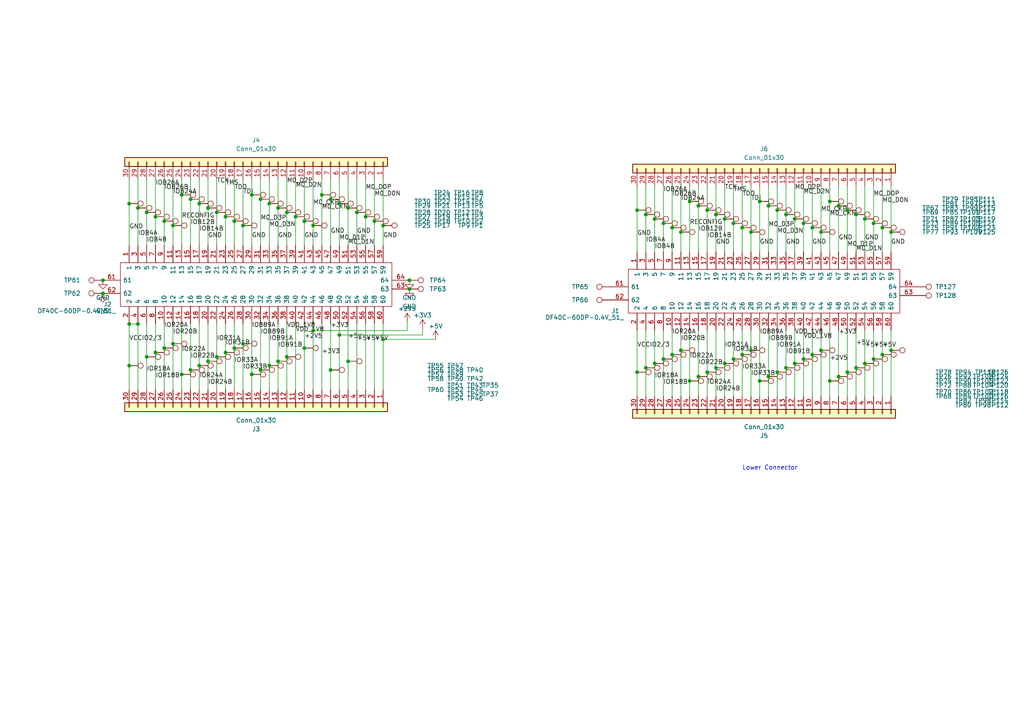
<source format=kicad_sch>
(kicad_sch (version 20230121) (generator eeschema)
  (paper "A4")
  (junction (at 37.465 106.045))
  (junction (at 98.425 59.055))
  (junction (at 73.025 108.585))
  (junction (at 42.545 103.505))
  (junction (at 67.945 100.965))
  (junction (at 70.485 99.695))
  (junction (at 250.825 63.5))
  (junction (at 78.105 59.055))
  (junction (at 192.405 104.14))
  (junction (at 65.405 102.235))
  (junction (at 57.785 106.045))
  (junction (at 230.505 105.41))
  (junction (at 255.905 102.87))
  (junction (at 37.465 59.055))
  (junction (at 227.965 62.23))
  (junction (at 95.885 107.315))
  (junction (at 220.345 110.49))
  (junction (at 240.665 110.49))
  (junction (at 192.405 64.77))
  (junction (at 42.545 61.595))
  (junction (at 189.865 63.5))
  (junction (at 80.645 104.775))
  (junction (at 210.185 105.41))
  (junction (at 233.045 64.77))
  (junction (at 197.485 67.31))
  (junction (at 62.865 61.595))
  (junction (at 108.585 64.135))
  (junction (at 50.165 65.405))
  (junction (at 78.105 106.045))
  (junction (at 57.785 59.055))
  (junction (at 197.485 101.6))
  (junction (at 75.565 57.785))
  (junction (at 106.045 62.865))
  (junction (at 50.165 99.695))
  (junction (at 55.245 57.785))
  (junction (at 215.265 66.04))
  (junction (at 222.885 109.22))
  (junction (at 93.345 56.515))
  (junction (at 73.025 56.515))
  (junction (at 205.105 60.96))
  (junction (at 67.945 64.135))
  (junction (at 194.945 66.04))
  (junction (at 245.745 107.95))
  (junction (at 217.805 101.6))
  (junction (at 227.965 106.68))
  (junction (at 184.785 107.95))
  (junction (at 85.725 62.865))
  (junction (at 29.845 85.09))
  (junction (at 52.705 108.585))
  (junction (at 212.725 104.14))
  (junction (at 210.185 63.5))
  (junction (at 230.505 63.5))
  (junction (at 60.325 104.775))
  (junction (at 243.205 59.69))
  (junction (at 70.485 65.405))
  (junction (at 207.645 106.68))
  (junction (at 29.845 81.28))
  (junction (at 189.865 105.41))
  (junction (at 100.965 104.775))
  (junction (at 222.885 59.69))
  (junction (at 45.085 102.235))
  (junction (at 187.325 62.23))
  (junction (at 245.745 60.96))
  (junction (at 47.625 100.965))
  (junction (at 212.725 64.77))
  (junction (at 90.805 65.405))
  (junction (at 88.265 100.965))
  (junction (at 240.665 58.42))
  (junction (at 200.025 110.49))
  (junction (at 238.125 67.31))
  (junction (at 111.125 65.405))
  (junction (at 95.885 57.785))
  (junction (at 217.805 67.31))
  (junction (at 98.425 97.155))
  (junction (at 194.945 102.87))
  (junction (at 37.465 93.98))
  (junction (at 258.445 67.31))
  (junction (at 83.185 103.505))
  (junction (at 248.285 106.68))
  (junction (at 225.425 107.95))
  (junction (at 225.425 60.96))
  (junction (at 215.265 102.87))
  (junction (at 45.085 62.865))
  (junction (at 235.585 66.04))
  (junction (at 253.365 64.77))
  (junction (at 200.025 58.42))
  (junction (at 258.445 101.6))
  (junction (at 100.965 60.325))
  (junction (at 248.285 62.23))
  (junction (at 255.905 66.04))
  (junction (at 207.645 62.23))
  (junction (at 103.505 61.595))
  (junction (at 52.705 56.515))
  (junction (at 220.345 58.42))
  (junction (at 238.125 101.6))
  (junction (at 90.805 95.885))
  (junction (at 235.585 102.87))
  (junction (at 184.785 60.96))
  (junction (at 187.325 106.68))
  (junction (at 233.045 104.14))
  (junction (at 47.625 64.135))
  (junction (at 40.005 93.98))
  (junction (at 62.865 103.505))
  (junction (at 65.405 62.865))
  (junction (at 205.105 107.95))
  (junction (at 80.645 60.325))
  (junction (at 60.325 60.325))
  (junction (at 83.185 61.595))
  (junction (at 55.245 107.315))
  (junction (at 243.205 109.22))
  (junction (at 75.565 107.315))
  (junction (at 118.745 81.28))
  (junction (at 250.825 105.41))
  (junction (at 202.565 109.22))
  (junction (at 40.005 60.325))
  (junction (at 88.265 64.135))
  (junction (at 253.365 104.14))
  (junction (at 202.565 59.69))
  (junction (at 118.745 83.82))
  (junction (at 111.125 98.425))
  (wire (pts (xy 100.965 60.325) (xy 100.965 71.12)))
  (wire (pts (xy 88.265 52.07) (xy 88.265 64.135)))
  (wire (pts (xy 212.725 95.885) (xy 212.725 104.14)))
  (wire (pts (xy 62.865 71.12) (xy 62.865 61.595)))
  (wire (pts (xy 55.245 113.03) (xy 55.245 107.315)))
  (wire (pts (xy 65.405 52.07) (xy 65.405 62.865)))
  (wire (pts (xy 194.945 114.935) (xy 194.945 102.87)))
  (wire (pts (xy 83.185 93.98) (xy 83.185 103.505)))
  (wire (pts (xy 98.425 97.155) (xy 98.425 113.03)))
  (wire (pts (xy 118.11 95.885) (xy 118.11 93.345)))
  (wire (pts (xy 47.625 113.03) (xy 47.625 100.965)))
  (wire (pts (xy 83.185 113.03) (xy 83.185 103.505)))
  (wire (pts (xy 227.965 95.885) (xy 227.965 106.68)))
  (wire (pts (xy 243.205 95.885) (xy 243.205 109.22)))
  (wire (pts (xy 189.865 73.025) (xy 189.865 63.5)))
  (wire (pts (xy 98.425 52.07) (xy 98.425 59.055)))
  (wire (pts (xy 245.745 53.975) (xy 245.745 60.96)))
  (wire (pts (xy 230.505 114.935) (xy 230.505 105.41)))
  (wire (pts (xy 255.905 53.975) (xy 255.905 66.04)))
  (wire (pts (xy 235.585 53.975) (xy 235.585 66.04)))
  (wire (pts (xy 65.405 93.98) (xy 65.405 102.235)))
  (wire (pts (xy 222.885 114.935) (xy 222.885 109.22)))
  (wire (pts (xy 187.325 95.885) (xy 187.325 106.68)))
  (wire (pts (xy 90.805 52.07) (xy 90.805 65.405)))
  (wire (pts (xy 60.325 52.07) (xy 60.325 60.325)))
  (wire (pts (xy 103.505 52.07) (xy 103.505 61.595)))
  (wire (pts (xy 200.025 53.975) (xy 200.025 58.42)))
  (wire (pts (xy 194.945 73.025) (xy 194.945 66.04)))
  (wire (pts (xy 60.325 60.325) (xy 60.325 71.12)))
  (wire (pts (xy 75.565 52.07) (xy 75.565 57.785)))
  (wire (pts (xy 95.885 113.03) (xy 95.885 107.315)))
  (wire (pts (xy 67.945 113.03) (xy 67.945 100.965)))
  (wire (pts (xy 200.025 114.935) (xy 200.025 110.49)))
  (wire (pts (xy 42.545 52.07) (xy 42.545 61.595)))
  (wire (pts (xy 55.245 52.07) (xy 55.245 57.785)))
  (wire (pts (xy 197.485 73.025) (xy 197.485 67.31)))
  (wire (pts (xy 88.265 64.135) (xy 88.265 71.12)))
  (wire (pts (xy 225.425 53.975) (xy 225.425 60.96)))
  (wire (pts (xy 253.365 53.975) (xy 253.365 64.77)))
  (wire (pts (xy 83.185 52.07) (xy 83.185 61.595)))
  (wire (pts (xy 220.345 53.975) (xy 220.345 58.42)))
  (wire (pts (xy 93.345 93.98) (xy 93.345 113.03)))
  (wire (pts (xy 220.345 58.42) (xy 220.345 73.025)))
  (wire (pts (xy 45.085 71.12) (xy 45.085 62.865)))
  (wire (pts (xy 85.725 52.07) (xy 85.725 62.865)))
  (wire (pts (xy 42.545 93.98) (xy 42.545 103.505)))
  (wire (pts (xy 57.785 52.07) (xy 57.785 59.055)))
  (wire (pts (xy 245.745 95.885) (xy 245.745 107.95)))
  (wire (pts (xy 187.325 53.975) (xy 187.325 62.23)))
  (wire (pts (xy 93.345 52.07) (xy 93.345 56.515)))
  (wire (pts (xy 106.045 93.98) (xy 106.045 113.03)))
  (wire (pts (xy 60.325 113.03) (xy 60.325 104.775)))
  (wire (pts (xy 78.105 113.03) (xy 78.105 106.045)))
  (wire (pts (xy 55.245 93.98) (xy 55.245 107.315)))
  (wire (pts (xy 40.005 93.98) (xy 40.005 113.03)))
  (wire (pts (xy 73.025 113.03) (xy 73.025 108.585)))
  (wire (pts (xy 194.945 95.885) (xy 194.945 102.87)))
  (wire (pts (xy 184.785 114.935) (xy 184.785 107.95)))
  (wire (pts (xy 238.125 73.025) (xy 238.125 67.31)))
  (wire (pts (xy 50.165 52.07) (xy 50.165 65.405)))
  (wire (pts (xy 90.805 71.12) (xy 90.805 65.405)))
  (wire (pts (xy 189.865 114.935) (xy 189.865 105.41)))
  (wire (pts (xy 85.725 93.98) (xy 85.725 113.03)))
  (wire (pts (xy 37.465 93.98) (xy 40.005 93.98)))
  (wire (pts (xy 93.345 56.515) (xy 93.345 71.12)))
  (wire (pts (xy 192.405 73.025) (xy 192.405 64.77)))
  (wire (pts (xy 108.585 93.98) (xy 108.585 113.03)))
  (wire (pts (xy 235.585 66.04) (xy 235.585 73.025)))
  (wire (pts (xy 215.265 73.025) (xy 215.265 66.04)))
  (wire (pts (xy 80.645 113.03) (xy 80.645 104.775)))
  (wire (pts (xy 187.325 62.23) (xy 187.325 73.025)))
  (wire (pts (xy 98.425 93.98) (xy 98.425 97.155)))
  (wire (pts (xy 78.105 93.98) (xy 78.105 106.045)))
  (wire (pts (xy 106.045 52.07) (xy 106.045 62.865)))
  (wire (pts (xy 210.185 95.885) (xy 210.185 105.41)))
  (wire (pts (xy 250.825 114.935) (xy 250.825 105.41)))
  (wire (pts (xy 217.805 73.025) (xy 217.805 67.31)))
  (wire (pts (xy 65.405 71.12) (xy 65.405 62.865)))
  (wire (pts (xy 240.665 114.935) (xy 240.665 110.49)))
  (wire (pts (xy 212.725 53.975) (xy 212.725 64.77)))
  (wire (pts (xy 57.785 93.98) (xy 57.785 106.045)))
  (wire (pts (xy 37.465 59.055) (xy 37.465 71.12)))
  (wire (pts (xy 47.625 93.98) (xy 47.625 100.965)))
  (wire (pts (xy 197.485 53.975) (xy 197.485 67.31)))
  (wire (pts (xy 250.825 95.885) (xy 250.825 105.41)))
  (wire (pts (xy 245.745 60.96) (xy 245.745 73.025)))
  (wire (pts (xy 55.245 57.785) (xy 55.245 71.12)))
  (wire (pts (xy 217.805 114.935) (xy 217.805 101.6)))
  (wire (pts (xy 248.285 62.23) (xy 248.285 73.025)))
  (wire (pts (xy 62.865 113.03) (xy 62.865 103.505)))
  (wire (pts (xy 235.585 95.885) (xy 235.585 102.87)))
  (wire (pts (xy 45.085 113.03) (xy 45.085 102.235)))
  (wire (pts (xy 253.365 95.885) (xy 253.365 104.14)))
  (wire (pts (xy 243.205 73.025) (xy 243.205 59.69)))
  (wire (pts (xy 207.645 62.23) (xy 207.645 73.025)))
  (wire (pts (xy 253.365 114.935) (xy 253.365 104.14)))
  (wire (pts (xy 220.345 95.885) (xy 220.345 110.49)))
  (wire (pts (xy 255.905 95.885) (xy 255.905 102.87)))
  (wire (pts (xy 70.485 93.98) (xy 70.485 99.695)))
  (wire (pts (xy 243.205 53.975) (xy 243.205 59.69)))
  (wire (pts (xy 98.425 97.155) (xy 122.555 97.155)))
  (wire (pts (xy 70.485 71.12) (xy 70.485 65.405)))
  (wire (pts (xy 57.785 113.03) (xy 57.785 106.045)))
  (wire (pts (xy 235.585 114.935) (xy 235.585 102.87)))
  (wire (pts (xy 90.805 93.98) (xy 90.805 95.885)))
  (wire (pts (xy 202.565 53.975) (xy 202.565 59.69)))
  (wire (pts (xy 253.365 73.025) (xy 253.365 64.77)))
  (wire (pts (xy 258.445 67.31) (xy 258.445 73.025)))
  (wire (pts (xy 83.185 71.12) (xy 83.185 61.595)))
  (wire (pts (xy 62.865 52.07) (xy 62.865 61.595)))
  (wire (pts (xy 240.665 58.42) (xy 240.665 73.025)))
  (wire (pts (xy 67.945 52.07) (xy 67.945 64.135)))
  (wire (pts (xy 95.885 52.07) (xy 95.885 57.785)))
  (wire (pts (xy 111.125 93.98) (xy 111.125 98.425)))
  (wire (pts (xy 197.485 114.935) (xy 197.485 101.6)))
  (wire (pts (xy 217.805 95.885) (xy 217.805 101.6)))
  (wire (pts (xy 200.025 58.42) (xy 200.025 73.025)))
  (wire (pts (xy 233.045 95.885) (xy 233.045 104.14)))
  (wire (pts (xy 103.505 93.98) (xy 103.505 113.03)))
  (wire (pts (xy 88.265 113.03) (xy 88.265 100.965)))
  (wire (pts (xy 192.405 114.935) (xy 192.405 104.14)))
  (wire (pts (xy 189.865 53.975) (xy 189.865 63.5)))
  (wire (pts (xy 202.565 114.935) (xy 202.565 109.22)))
  (wire (pts (xy 95.885 71.12) (xy 95.885 57.785)))
  (wire (pts (xy 205.105 95.885) (xy 205.105 107.95)))
  (wire (pts (xy 230.505 95.885) (xy 230.505 105.41)))
  (wire (pts (xy 47.625 71.12) (xy 47.625 64.135)))
  (wire (pts (xy 37.465 93.98) (xy 37.465 106.045)))
  (wire (pts (xy 212.725 73.025) (xy 212.725 64.77)))
  (wire (pts (xy 67.945 71.12) (xy 67.945 64.135)))
  (wire (pts (xy 248.285 95.885) (xy 248.285 106.68)))
  (wire (pts (xy 202.565 95.885) (xy 202.565 109.22)))
  (wire (pts (xy 210.185 73.025) (xy 210.185 63.5)))
  (wire (pts (xy 57.785 59.055) (xy 57.785 71.12)))
  (wire (pts (xy 205.105 53.975) (xy 205.105 60.96)))
  (wire (pts (xy 227.965 62.23) (xy 227.965 73.025)))
  (wire (pts (xy 240.665 53.975) (xy 240.665 58.42)))
  (wire (pts (xy 75.565 57.785) (xy 75.565 71.12)))
  (wire (pts (xy 192.405 95.885) (xy 192.405 104.14)))
  (wire (pts (xy 243.205 114.935) (xy 243.205 109.22)))
  (wire (pts (xy 230.505 73.025) (xy 230.505 63.5)))
  (wire (pts (xy 45.085 93.98) (xy 45.085 102.235)))
  (wire (pts (xy 52.705 52.07) (xy 52.705 56.515)))
  (wire (pts (xy 200.025 95.885) (xy 200.025 110.49)))
  (wire (pts (xy 255.905 73.025) (xy 255.905 66.04)))
  (wire (pts (xy 70.485 113.03) (xy 70.485 99.695)))
  (wire (pts (xy 248.285 53.975) (xy 248.285 62.23)))
  (wire (pts (xy 108.585 71.12) (xy 108.585 64.135)))
  (wire (pts (xy 250.825 53.975) (xy 250.825 63.5)))
  (wire (pts (xy 98.425 59.055) (xy 98.425 71.12)))
  (wire (pts (xy 225.425 60.96) (xy 225.425 73.025)))
  (wire (pts (xy 184.785 60.96) (xy 184.785 73.025)))
  (wire (pts (xy 100.965 93.98) (xy 100.965 104.775)))
  (wire (pts (xy 205.105 114.935) (xy 205.105 107.95)))
  (wire (pts (xy 197.485 95.885) (xy 197.485 101.6)))
  (wire (pts (xy 230.505 53.975) (xy 230.505 63.5)))
  (wire (pts (xy 50.165 71.12) (xy 50.165 65.405)))
  (wire (pts (xy 111.125 98.425) (xy 126.365 98.425)))
  (wire (pts (xy 215.265 95.885) (xy 215.265 102.87)))
  (wire (pts (xy 67.945 93.98) (xy 67.945 100.965)))
  (wire (pts (xy 42.545 113.03) (xy 42.545 103.505)))
  (wire (pts (xy 207.645 53.975) (xy 207.645 62.23)))
  (wire (pts (xy 210.185 114.935) (xy 210.185 105.41)))
  (wire (pts (xy 80.645 52.07) (xy 80.645 60.325)))
  (wire (pts (xy 78.105 59.055) (xy 78.105 71.12)))
  (wire (pts (xy 227.965 53.975) (xy 227.965 62.23)))
  (wire (pts (xy 90.805 95.885) (xy 118.11 95.885)))
  (wire (pts (xy 100.965 52.07) (xy 100.965 60.325)))
  (wire (pts (xy 90.805 95.885) (xy 90.805 113.03)))
  (wire (pts (xy 37.465 113.03) (xy 37.465 106.045)))
  (wire (pts (xy 233.045 114.935) (xy 233.045 104.14)))
  (wire (pts (xy 238.125 114.935) (xy 238.125 101.6)))
  (wire (pts (xy 184.785 53.975) (xy 184.785 60.96)))
  (wire (pts (xy 258.445 95.885) (xy 258.445 101.6)))
  (wire (pts (xy 233.045 73.025) (xy 233.045 64.77)))
  (wire (pts (xy 222.885 53.975) (xy 222.885 59.69)))
  (wire (pts (xy 95.885 93.98) (xy 95.885 107.315)))
  (wire (pts (xy 250.825 73.025) (xy 250.825 63.5)))
  (wire (pts (xy 227.965 114.935) (xy 227.965 106.68)))
  (wire (pts (xy 222.885 95.885) (xy 222.885 109.22)))
  (wire (pts (xy 45.085 52.07) (xy 45.085 62.865)))
  (wire (pts (xy 108.585 52.07) (xy 108.585 64.135)))
  (wire (pts (xy 207.645 114.935) (xy 207.645 106.68)))
  (wire (pts (xy 184.785 95.885) (xy 184.785 107.95)))
  (wire (pts (xy 73.025 56.515) (xy 73.025 71.12)))
  (wire (pts (xy 225.425 95.885) (xy 225.425 107.95)))
  (wire (pts (xy 65.405 113.03) (xy 65.405 102.235)))
  (wire (pts (xy 88.265 93.98) (xy 88.265 100.965)))
  (wire (pts (xy 111.125 98.425) (xy 111.125 113.03)))
  (wire (pts (xy 205.105 60.96) (xy 205.105 73.025)))
  (wire (pts (xy 215.265 114.935) (xy 215.265 102.87)))
  (wire (pts (xy 40.005 60.325) (xy 40.005 71.12)))
  (wire (pts (xy 50.165 113.03) (xy 50.165 99.695)))
  (wire (pts (xy 238.125 95.885) (xy 238.125 101.6)))
  (wire (pts (xy 52.705 56.515) (xy 52.705 71.12)))
  (wire (pts (xy 73.025 52.07) (xy 73.025 56.515)))
  (wire (pts (xy 80.645 60.325) (xy 80.645 71.12)))
  (wire (pts (xy 245.745 114.935) (xy 245.745 107.95)))
  (wire (pts (xy 100.965 113.03) (xy 100.965 104.775)))
  (wire (pts (xy 207.645 95.885) (xy 207.645 106.68)))
  (wire (pts (xy 189.865 95.885) (xy 189.865 105.41)))
  (wire (pts (xy 255.905 114.935) (xy 255.905 102.87)))
  (wire (pts (xy 222.885 59.69) (xy 222.885 73.025)))
  (wire (pts (xy 40.005 52.07) (xy 40.005 60.325)))
  (wire (pts (xy 111.125 65.405) (xy 111.125 71.12)))
  (wire (pts (xy 103.505 71.12) (xy 103.505 61.595)))
  (wire (pts (xy 217.805 53.975) (xy 217.805 67.31)))
  (wire (pts (xy 60.325 93.98) (xy 60.325 104.775)))
  (wire (pts (xy 37.465 52.07) (xy 37.465 59.055)))
  (wire (pts (xy 47.625 52.07) (xy 47.625 64.135)))
  (wire (pts (xy 75.565 113.03) (xy 75.565 107.315)))
  (wire (pts (xy 192.405 53.975) (xy 192.405 64.77)))
  (wire (pts (xy 220.345 114.935) (xy 220.345 110.49)))
  (wire (pts (xy 258.445 53.975) (xy 258.445 67.31)))
  (wire (pts (xy 75.565 93.98) (xy 75.565 107.315)))
  (wire (pts (xy 258.445 114.935) (xy 258.445 101.6)))
  (wire (pts (xy 111.125 52.07) (xy 111.125 65.405)))
  (wire (pts (xy 78.105 52.07) (xy 78.105 59.055)))
  (wire (pts (xy 42.545 71.12) (xy 42.545 61.595)))
  (wire (pts (xy 70.485 52.07) (xy 70.485 65.405)))
  (wire (pts (xy 233.045 53.975) (xy 233.045 64.77)))
  (wire (pts (xy 238.125 53.975) (xy 238.125 67.31)))
  (wire (pts (xy 106.045 71.12) (xy 106.045 62.865)))
  (wire (pts (xy 62.865 93.98) (xy 62.865 103.505)))
  (wire (pts (xy 52.705 113.03) (xy 52.705 108.585)))
  (wire (pts (xy 50.165 93.98) (xy 50.165 99.695)))
  (wire (pts (xy 194.945 53.975) (xy 194.945 66.04)))
  (wire (pts (xy 187.325 114.935) (xy 187.325 106.68)))
  (wire (pts (xy 215.265 53.975) (xy 215.265 66.04)))
  (wire (pts (xy 85.725 71.12) (xy 85.725 62.865)))
  (wire (pts (xy 80.645 93.98) (xy 80.645 104.775)))
  (wire (pts (xy 225.425 114.935) (xy 225.425 107.95)))
  (wire (pts (xy 212.725 114.935) (xy 212.725 104.14)))
  (wire (pts (xy 122.555 97.155) (xy 122.555 95.25)))
  (wire (pts (xy 210.185 53.975) (xy 210.185 63.5)))
  (wire (pts (xy 52.705 93.98) (xy 52.705 108.585)))
  (wire (pts (xy 202.565 59.69) (xy 202.565 73.025)))
  (wire (pts (xy 240.665 95.885) (xy 240.665 110.49)))
  (wire (pts (xy 248.285 114.935) (xy 248.285 106.68)))
  (wire (pts (xy 73.025 93.98) (xy 73.025 108.585)))
  (text "Lower Connector" (at 215.265 136.525 0) (effects (font (size 1.27 1.27)) (justify left bottom)))
  (label "IOR20B" (at 50.165 97.155 0))
  (label "M0_D3N" (at 225.425 67.945 0))
  (label "IOR31B" (at 212.725 102.235 0))
  (label "IOR18B" (at 192.405 111.76 0))
  (label "IOR20A" (at 194.945 97.155 0))
  (label "IOB89A" (at 73.025 95.25 0))
  (label "+5V" (at 250.825 100.965 0))
  (label "IOR24B" (at 60.325 111.76 0))
  (label "IOB4A" (at 187.325 70.485 0))
  (label "IOB14B" (at 205.105 69.215 0))
  (label "IOB4B" (at 189.865 72.39 0))
  (label "GND" (at 103.505 67.945 0))
  (label "+3V3" (at 93.345 102.87 0))
  (label "TDI" (at 217.805 58.42 0))
  (label "GND" (at 243.205 69.85 0))
  (label "RECONFIG" (at 200.025 65.405 0))
  (label "IOB26B" (at 47.625 55.245 0))
  (label "M0_D2N" (at 233.045 56.515 0))
  (label "IOB26A" (at 192.405 55.88 0))
  (label "GND" (at 258.445 71.12 0))
  (label "IOR33A" (at 67.945 105.41 0))
  (label "GND" (at 73.025 69.215 0))
  (label "M0_D2P" (at 83.185 53.34 0))
  (label "IOB91A" (at 78.105 99.06 0))
  (label "+5V" (at 255.905 100.965 0))
  (label "TMS" (at 65.405 53.975 0))
  (label "IOR22B" (at 55.245 104.14 0))
  (label "IOR22B" (at 202.565 106.045 0))
  (label "+3V3" (at 95.885 95.25 0))
  (label "IOR18A" (at 42.545 107.95 0))
  (label "TCK" (at 62.865 53.34 0))
  (label "TDO" (at 67.945 55.245 0))
  (label "GND" (at 227.965 71.12 0))
  (label "IOR18A" (at 189.865 109.855 0))
  (label "IOR31A" (at 62.865 99.06 0))
  (label "IOR24B" (at 207.645 113.665 0))
  (label "IOB91B" (at 80.645 100.965 0))
  (label "GND" (at 95.885 67.945 0))
  (label "+3V3" (at 243.205 97.155 0))
  (label "M0_CKP" (at 90.805 59.69 0))
  (label "+2V5" (at 240.665 104.775 0))
  (label "GND" (at 235.585 71.12 0))
  (label "VCCIO2{slash}3" (at 37.465 99.06 0))
  (label "GND" (at 111.125 69.215 0))
  (label "IOR24A" (at 57.785 109.855 0))
  (label "GND" (at 250.825 69.85 0))
  (label "GND" (at 37.465 66.675 0))
  (label "VDD_1V8" (at 83.185 95.25 0))
  (label "RECONFIG" (at 52.705 63.5 0))
  (label "IOB4A" (at 40.005 68.58 0))
  (label "M0_D2P" (at 230.505 55.245 0))
  (label "+5V" (at 106.045 99.06 0))
  (label "IOB89B" (at 222.885 99.06 0))
  (label "GND" (at 220.345 71.12 0))
  (label "IOB24A" (at 50.165 56.515 0))
  (label "IOB91B" (at 227.965 102.87 0))
  (label "M0_D0N" (at 108.585 57.15 0))
  (label "GND" (at 80.645 69.215 0))
  (label "IOR33B" (at 217.805 109.22 0))
  (label "M0_D3P" (at 75.565 64.135 0))
  (label "IOB89A" (at 220.345 97.155 0))
  (label "IOR20B" (at 197.485 99.06 0))
  (label "IOR22A" (at 200.025 104.14 0))
  (label "IOB4B" (at 42.545 70.485 0))
  (label "IOR31B" (at 65.405 100.33 0))
  (label "M0_D1N" (at 248.285 73.025 0))
  (label "M0_D1P" (at 98.425 69.85 0))
  (label "VDD_1V8" (at 230.505 97.155 0))
  (label "+5V" (at 253.365 100.965 0))
  (label "GND" (at 60.325 69.215 0))
  (label "TMS" (at 212.725 55.88 0))
  (label "IOR24A" (at 205.105 111.76 0))
  (label "+2V5" (at 88.265 98.425 0))
  (label "IOR33B" (at 70.485 107.315 0))
  (label "TCK" (at 210.185 55.245 0))
  (label "M0_D1N" (at 100.965 71.12 0))
  (label "GND" (at 184.785 68.58 0))
  (label "IOB91A" (at 225.425 100.965 0))
  (label "M0_D3N" (at 78.105 66.04 0))
  (label "+5V" (at 100.965 98.425 0))
  (label "TDI" (at 70.485 56.515 0))
  (label "IOR18B" (at 45.085 109.855 0))
  (label "VCCIO2{slash}3" (at 184.785 100.965 0))
  (label "IOB14B" (at 57.785 67.31 0))
  (label "IOR33A" (at 215.265 107.315 0))
  (label "M0_D2N" (at 85.725 54.61 0))
  (label "M0_D3P" (at 222.885 66.04 0))
  (label "VDD_1V8" (at 85.725 96.52 0))
  (label "M0_CKP" (at 238.125 61.595 0))
  (label "M0_CKN" (at 93.345 60.96 0))
  (label "+5V" (at 108.585 99.06 0))
  (label "M0_D0P" (at 253.365 57.15 0))
  (label "IOB12B" (at 55.245 65.405 0))
  (label "+5V" (at 248.285 100.33 0))
  (label "VDD_1V8" (at 233.045 98.425 0))
  (label "+5V" (at 103.505 99.06 0))
  (label "IOB26B" (at 194.945 57.15 0))
  (label "IOB24A" (at 197.485 58.42 0))
  (label "GND" (at 207.645 71.12 0))
  (label "IOB26A" (at 45.085 53.975 0))
  (label "M0_D0N" (at 255.905 59.055 0))
  (label "IOB12B" (at 202.565 67.31 0))
  (label "TDO" (at 215.265 57.15 0))
  (label "M0_D1P" (at 245.745 71.755 0))
  (label "IOR22A" (at 52.705 102.235 0))
  (label "IOR31A" (at 210.185 100.965 0))
  (label "IOB89B" (at 75.565 97.155 0))
  (label "IOR20A" (at 47.625 95.25 0))
  (label "M0_D0P" (at 106.045 55.245 0))
  (label "M0_CKN" (at 240.665 62.865 0))
  (label "GND" (at 88.265 69.215 0))
  (symbol (lib_id "Connector:TestPoint") (at 60.325 104.775 270) (mirror x) (unit 1)
    (property "Reference" "TP51" (at 132.08 111.76 90))
    (property "Value" "TestPoint" (effects hide))
    (property "Footprint" "TestPoint:TestPoint_Pad_1.5x1.5mm" (effects hide))
  )
  (symbol (lib_id "Connector:TestPoint") (at 103.505 61.595 270) (unit 1)
    (property "Reference" "TP4" (at 138.43 61.595 90))
    (property "Value" "TestPoint" (effects hide))
    (property "Footprint" "TestPoint:TestPoint_THTPad_1.5x1.5mm_Drill0.7mm" (effects hide))
  )
  (symbol (lib_id "Connector:TestPoint") (at 42.545 103.505 270) (mirror x) (unit 1)
    (property "Reference" "TP58" (at 126.365 109.855 90))
    (property "Value" "TestPoint" (effects hide))
    (property "Footprint" "TestPoint:TestPoint_Pad_1.5x1.5mm" (effects hide))
  )
  (symbol (lib_id "Connector:TestPoint") (at 88.265 100.965 270) (mirror x) (unit 1)
    (property "Reference" "TP40" (at 137.795 107.315 90))
    (property "Value" "TestPoint" (effects hide))
    (property "Footprint" "TestPoint:TestPoint_Pad_1.5x1.5mm" (effects hide))
  )
  (symbol (lib_id "Connector:TestPoint") (at 177.165 83.185 90) (unit 1)
    (property "Reference" "TP65" (at 168.275 83.185 90))
    (property "Value" "TestPoint" (effects hide))
    (property "Footprint" "TestPoint:TestPoint_Pad_1.5x1.5mm" (effects hide))
  )
  (symbol (lib_id "Connector:TestPoint") (at 245.745 60.96 270) (unit 1)
    (property "Reference" "TP115" (at 285.75 60.325 90))
    (property "Value" "TestPoint" (effects hide))
    (property "Footprint" "TestPoint:TestPoint_Pad_1.5x1.5mm" (effects hide))
  )
  (symbol (lib_id "Connector:TestPoint") (at 50.165 99.695 270) (mirror x) (unit 1)
    (property "Reference" "TP55" (at 126.365 106.045 90))
    (property "Value" "TestPoint" (effects hide))
    (property "Footprint" "TestPoint:TestPoint_Pad_1.5x1.5mm" (effects hide))
  )
  (symbol (lib_id "Connector:TestPoint") (at 248.285 106.68 270) (mirror x) (unit 1)
    (property "Reference" "TP118" (at 289.56 113.665 90))
    (property "Value" "TestPoint" (effects hide))
    (property "Footprint" "TestPoint:TestPoint_Pad_1.5x1.5mm" (effects hide))
  )
  (symbol (lib_id "Connector:TestPoint") (at 220.345 110.49 270) (mirror x) (unit 1)
    (property "Reference" "TP96" (at 285.115 117.475 90))
    (property "Value" "TestPoint" (effects hide))
    (property "Footprint" "TestPoint:TestPoint_Pad_1.5x1.5mm" (effects hide))
  )
  (symbol (lib_id "Connector:TestPoint") (at 90.805 65.405 270) (unit 1)
    (property "Reference" "TP9" (at 134.62 65.405 90))
    (property "Value" "TestPoint" (effects hide))
    (property "Footprint" "TestPoint:TestPoint_THTPad_1.5x1.5mm_Drill0.7mm" (effects hide))
  )
  (symbol (lib_id "Connector:TestPoint") (at 192.405 64.77 270) (unit 1)
    (property "Reference" "TP73" (at 269.875 64.77 90))
    (property "Value" "TestPoint" (effects hide))
    (property "Footprint" "TestPoint:TestPoint_Pad_1.5x1.5mm" (effects hide))
  )
  (symbol (lib_id "Connector:TestPoint") (at 73.025 56.515 270) (unit 1)
    (property "Reference" "TP16" (at 133.985 55.88 90))
    (property "Value" "TestPoint" (effects hide))
    (property "Footprint" "TestPoint:TestPoint_THTPad_1.5x1.5mm_Drill0.7mm" (effects hide))
  )
  (symbol (lib_id "Connector:TestPoint") (at 240.665 58.42 270) (unit 1)
    (property "Reference" "TP111" (at 285.75 57.785 90))
    (property "Value" "TestPoint" (effects hide))
    (property "Footprint" "TestPoint:TestPoint_Pad_1.5x1.5mm" (effects hide))
  )
  (symbol (lib_id "Connector:TestPoint") (at 55.245 107.315 270) (mirror x) (unit 1)
    (property "Reference" "TP53" (at 132.08 114.3 90))
    (property "Value" "TestPoint" (effects hide))
    (property "Footprint" "TestPoint:TestPoint_Pad_1.5x1.5mm" (effects hide))
  )
  (symbol (lib_id "Connector:TestPoint") (at 225.425 107.95 270) (mirror x) (unit 1)
    (property "Reference" "TP100" (at 285.115 114.935 90))
    (property "Value" "TestPoint" (effects hide))
    (property "Footprint" "TestPoint:TestPoint_Pad_1.5x1.5mm" (effects hide))
  )
  (symbol (lib_id "Connector:TestPoint") (at 233.045 64.77 270) (unit 1)
    (property "Reference" "TP105" (at 281.305 64.77 90))
    (property "Value" "TestPoint" (effects hide))
    (property "Footprint" "TestPoint:TestPoint_Pad_1.5x1.5mm" (effects hide))
  )
  (symbol (lib_id "Connector:TestPoint") (at 243.205 109.22 270) (mirror x) (unit 1)
    (property "Reference" "TP114" (at 289.56 116.205 90))
    (property "Value" "TestPoint" (effects hide))
    (property "Footprint" "TestPoint:TestPoint_Pad_1.5x1.5mm" (effects hide))
  )
  (symbol (lib_id "Connector:TestPoint") (at 47.625 100.965 270) (mirror x) (unit 1)
    (property "Reference" "TP56" (at 126.365 107.315 90))
    (property "Value" "TestPoint" (effects hide))
    (property "Footprint" "TestPoint:TestPoint_Pad_1.5x1.5mm" (effects hide))
  )
  (symbol (lib_id "Connector:TestPoint") (at 210.185 63.5 270) (unit 1)
    (property "Reference" "TP87" (at 275.59 63.5 90))
    (property "Value" "TestPoint" (effects hide))
    (property "Footprint" "TestPoint:TestPoint_Pad_1.5x1.5mm" (effects hide))
  )
  (symbol (lib_id "Connector:TestPoint") (at 220.345 58.42 270) (unit 1)
    (property "Reference" "TP95" (at 281.305 57.785 90))
    (property "Value" "TestPoint" (effects hide))
    (property "Footprint" "TestPoint:TestPoint_Pad_1.5x1.5mm" (effects hide))
  )
  (symbol (lib_id "Connector:TestPoint") (at 78.105 59.055 270) (unit 1)
    (property "Reference" "TP14" (at 133.985 58.42 90))
    (property "Value" "TestPoint" (effects hide))
    (property "Footprint" "TestPoint:TestPoint_THTPad_1.5x1.5mm_Drill0.7mm" (effects hide))
  )
  (symbol (lib_id "Connector:TestPoint") (at 100.965 104.775 270) (mirror x) (unit 1)
    (property "Reference" "TP35" (at 142.24 111.76 90))
    (property "Value" "TestPoint" (effects hide))
    (property "Footprint" "TestPoint:TestPoint_Pad_1.5x1.5mm" (effects hide))
  )
  (symbol (lib_id "Connector:TestPoint") (at 75.565 57.785 270) (unit 1)
    (property "Reference" "TP15" (at 133.985 57.15 90))
    (property "Value" "TestPoint" (effects hide))
    (property "Footprint" "TestPoint:TestPoint_THTPad_1.5x1.5mm_Drill0.7mm" (effects hide))
  )
  (symbol (lib_id "Connector:TestPoint") (at 75.565 107.315 270) (mirror x) (unit 1)
    (property "Reference" "TP45" (at 137.795 114.3 90))
    (property "Value" "TestPoint" (effects hide))
    (property "Footprint" "TestPoint:TestPoint_Pad_1.5x1.5mm" (effects hide))
  )
  (symbol (lib_id "samacsys:DF40C-60DP-0.4V_51_") (at 258.445 73.025 270) (unit 1)
    (property "Reference" "J1" (at 179.705 90.17 90) (effects (justify right)))
    (property "Value" "DF40C-60DP-0.4V_51_" (at 180.975 92.075 90) (effects (justify right)))
    (property "Footprint" "SamacSys_Parts:DF40C-60DP-0.4V_51_" (effects hide))
    (property "Datasheet" "https://datasheet.datasheetarchive.com/originals/distributors/Datasheets-DGA17/1059795.pdf" (effects hide))
    (property "Description" "HIROSE(HRS) - DF40C-60DP-0.4V(51) - CONNECTOR, STACKING, HEADER, 60POS, 2ROW" (effects hide))
    (property "Manufacturer_Name" "Hirose" (effects hide))
    (property "Manufacturer_Part_Number" "DF40C-60DP-0.4V(51)" (effects hide))
  )
  (symbol (lib_id "Connector:TestPoint") (at 187.325 106.68 270) (mirror x) (unit 1)
    (property "Reference" "TP70" (at 273.685 113.665 90))
    (property "Value" "TestPoint" (effects hide))
    (property "Footprint" "TestPoint:TestPoint_Pad_1.5x1.5mm" (effects hide))
  )
  (symbol (lib_id "Connector:TestPoint") (at 215.265 66.04 270) (unit 1)
    (property "Reference" "TP91" (at 275.59 66.04 90))
    (property "Value" "TestPoint" (effects hide))
    (property "Footprint" "TestPoint:TestPoint_Pad_1.5x1.5mm" (effects hide))
  )
  (symbol (lib_id "Connector:TestPoint") (at 189.865 105.41 270) (mirror x) (unit 1)
    (property "Reference" "TP72" (at 273.685 111.76 90))
    (property "Value" "TestPoint" (effects hide))
    (property "Footprint" "TestPoint:TestPoint_Pad_1.5x1.5mm" (effects hide))
  )
  (symbol (lib_id "Connector:TestPoint") (at 194.945 66.04 270) (unit 1)
    (property "Reference" "TP75" (at 269.875 66.04 90))
    (property "Value" "TestPoint" (effects hide))
    (property "Footprint" "TestPoint:TestPoint_Pad_1.5x1.5mm" (effects hide))
  )
  (symbol (lib_id "Connector:TestPoint") (at 65.405 62.865 270) (unit 1)
    (property "Reference" "TP19" (at 128.27 62.865 90))
    (property "Value" "TestPoint" (effects hide))
    (property "Footprint" "TestPoint:TestPoint_THTPad_1.5x1.5mm_Drill0.7mm" (effects hide))
  )
  (symbol (lib_id "Connector:TestPoint") (at 255.905 102.87 270) (mirror x) (unit 1)
    (property "Reference" "TP124" (at 289.56 109.22 90))
    (property "Value" "TestPoint" (effects hide))
    (property "Footprint" "TestPoint:TestPoint_Pad_1.5x1.5mm" (effects hide))
  )
  (symbol (lib_id "Connector:TestPoint") (at 55.245 57.785 270) (unit 1)
    (property "Reference" "TP23" (at 128.27 57.15 90))
    (property "Value" "TestPoint" (effects hide))
    (property "Footprint" "TestPoint:TestPoint_THTPad_1.5x1.5mm_Drill0.7mm" (effects hide))
  )
  (symbol (lib_id "Connector:TestPoint") (at 222.885 109.22 270) (mirror x) (unit 1)
    (property "Reference" "TP98" (at 285.115 116.205 90))
    (property "Value" "TestPoint" (effects hide))
    (property "Footprint" "TestPoint:TestPoint_Pad_1.5x1.5mm" (effects hide))
  )
  (symbol (lib_id "Connector:TestPoint") (at 243.205 59.69 270) (unit 1)
    (property "Reference" "TP113" (at 285.75 59.055 90))
    (property "Value" "TestPoint" (effects hide))
    (property "Footprint" "TestPoint:TestPoint_Pad_1.5x1.5mm" (effects hide))
  )
  (symbol (lib_id "Connector:TestPoint") (at 93.345 56.515 270) (unit 1)
    (property "Reference" "TP8" (at 138.43 55.88 90))
    (property "Value" "TestPoint" (effects hide))
    (property "Footprint" "TestPoint:TestPoint_THTPad_1.5x1.5mm_Drill0.7mm" (effects hide))
  )
  (symbol (lib_id "Connector:TestPoint") (at 177.165 86.995 90) (unit 1)
    (property "Reference" "TP66" (at 168.275 86.995 90))
    (property "Value" "TestPoint" (effects hide))
    (property "Footprint" "TestPoint:TestPoint_Pad_1.5x1.5mm" (effects hide))
  )
  (symbol (lib_id "Connector:TestPoint") (at 200.025 58.42 270) (unit 1)
    (property "Reference" "TP79" (at 275.59 57.785 90))
    (property "Value" "TestPoint" (effects hide))
    (property "Footprint" "TestPoint:TestPoint_Pad_1.5x1.5mm" (effects hide))
  )
  (symbol (lib_id "Connector:TestPoint") (at 192.405 104.14 270) (mirror x) (unit 1)
    (property "Reference" "TP74" (at 273.685 110.49 90))
    (property "Value" "TestPoint" (effects hide))
    (property "Footprint" "TestPoint:TestPoint_Pad_1.5x1.5mm" (effects hide))
  )
  (symbol (lib_id "power:+5V") (at 126.365 98.425 0) (unit 1)
    (property "Reference" "#PWR04" (effects hide))
    (property "Value" "+5V" (at 126.365 94.615 0))
  )
  (symbol (lib_id "Connector:TestPoint") (at 222.885 59.69 270) (unit 1)
    (property "Reference" "TP97" (at 281.305 59.055 90))
    (property "Value" "TestPoint" (effects hide))
    (property "Footprint" "TestPoint:TestPoint_Pad_1.5x1.5mm" (effects hide))
  )
  (symbol (lib_id "Connector:TestPoint") (at 197.485 67.31 270) (unit 1)
    (property "Reference" "TP77" (at 269.875 67.31 90))
    (property "Value" "TestPoint" (effects hide))
    (property "Footprint" "TestPoint:TestPoint_Pad_1.5x1.5mm" (effects hide))
  )
  (symbol (lib_id "Connector:TestPoint") (at 207.645 106.68 270) (mirror x) (unit 1)
    (property "Reference" "TP86" (at 279.4 113.665 90))
    (property "Value" "TestPoint" (effects hide))
    (property "Footprint" "TestPoint:TestPoint_Pad_1.5x1.5mm" (effects hide))
  )
  (symbol (lib_id "Connector:TestPoint") (at 230.505 63.5 270) (unit 1)
    (property "Reference" "TP103" (at 281.305 63.5 90))
    (property "Value" "TestPoint" (effects hide))
    (property "Footprint" "TestPoint:TestPoint_Pad_1.5x1.5mm" (effects hide))
  )
  (symbol (lib_id "Connector:TestPoint") (at 108.585 64.135 270) (unit 1)
    (property "Reference" "TP2" (at 138.43 64.135 90))
    (property "Value" "TestPoint" (effects hide))
    (property "Footprint" "TestPoint:TestPoint_THTPad_1.5x1.5mm_Drill0.7mm" (effects hide))
  )
  (symbol (lib_id "Connector:TestPoint") (at 100.965 60.325 270) (unit 1)
    (property "Reference" "TP5" (at 138.43 59.69 90))
    (property "Value" "TestPoint" (effects hide))
    (property "Footprint" "TestPoint:TestPoint_THTPad_1.5x1.5mm_Drill0.7mm" (effects hide))
  )
  (symbol (lib_id "Connector:TestPoint") (at 60.325 60.325 270) (unit 1)
    (property "Reference" "TP21" (at 128.27 59.69 90))
    (property "Value" "TestPoint" (effects hide))
    (property "Footprint" "TestPoint:TestPoint_THTPad_1.5x1.5mm_Drill0.7mm" (effects hide))
  )
  (symbol (lib_id "Connector:TestPoint") (at 200.025 110.49 270) (mirror x) (unit 1)
    (property "Reference" "TP80" (at 279.4 117.475 90))
    (property "Value" "TestPoint" (effects hide))
    (property "Footprint" "TestPoint:TestPoint_Pad_1.5x1.5mm" (effects hide))
  )
  (symbol (lib_id "Connector:TestPoint") (at 233.045 104.14 270) (mirror x) (unit 1)
    (property "Reference" "TP106" (at 285.115 110.49 90))
    (property "Value" "TestPoint" (effects hide))
    (property "Footprint" "TestPoint:TestPoint_Pad_1.5x1.5mm" (effects hide))
  )
  (symbol (lib_id "Connector:TestPoint") (at 258.445 67.31 270) (unit 1)
    (property "Reference" "TP125" (at 285.75 67.31 90))
    (property "Value" "TestPoint" (effects hide))
    (property "Footprint" "TestPoint:TestPoint_Pad_1.5x1.5mm" (effects hide))
  )
  (symbol (lib_id "Connector:TestPoint") (at 245.745 107.95 270) (mirror x) (unit 1)
    (property "Reference" "TP116" (at 289.56 114.935 90))
    (property "Value" "TestPoint" (effects hide))
    (property "Footprint" "TestPoint:TestPoint_Pad_1.5x1.5mm" (effects hide))
  )
  (symbol (lib_id "Connector:TestPoint") (at 253.365 64.77 270) (unit 1)
    (property "Reference" "TP121" (at 285.75 64.77 90))
    (property "Value" "TestPoint" (effects hide))
    (property "Footprint" "TestPoint:TestPoint_Pad_1.5x1.5mm" (effects hide))
  )
  (symbol (lib_id "Connector:TestPoint") (at 73.025 108.585 270) (mirror x) (unit 1)
    (property "Reference" "TP46" (at 137.795 115.57 90))
    (property "Value" "TestPoint" (effects hide))
    (property "Footprint" "TestPoint:TestPoint_Pad_1.5x1.5mm" (effects hide))
  )
  (symbol (lib_id "Connector:TestPoint") (at 248.285 62.23 270) (unit 1)
    (property "Reference" "TP117" (at 285.75 61.595 90))
    (property "Value" "TestPoint" (effects hide))
    (property "Footprint" "TestPoint:TestPoint_Pad_1.5x1.5mm" (effects hide))
  )
  (symbol (lib_id "Connector:TestPoint") (at 253.365 104.14 270) (mirror x) (unit 1)
    (property "Reference" "TP122" (at 289.56 110.49 90))
    (property "Value" "TestPoint" (effects hide))
    (property "Footprint" "TestPoint:TestPoint_Pad_1.5x1.5mm" (effects hide))
  )
  (symbol (lib_id "Connector:TestPoint") (at 95.885 57.785 270) (unit 1)
    (property "Reference" "TP7" (at 138.43 57.15 90))
    (property "Value" "TestPoint" (effects hide))
    (property "Footprint" "TestPoint:TestPoint_THTPad_1.5x1.5mm_Drill0.7mm" (effects hide))
  )
  (symbol (lib_id "Connector:TestPoint") (at 65.405 102.235 270) (mirror x) (unit 1)
    (property "Reference" "TP49" (at 132.08 108.585 90))
    (property "Value" "TestPoint" (effects hide))
    (property "Footprint" "TestPoint:TestPoint_Pad_1.5x1.5mm" (effects hide))
  )
  (symbol (lib_id "Connector:TestPoint") (at 111.125 65.405 270) (unit 1)
    (property "Reference" "TP1" (at 138.43 65.405 90))
    (property "Value" "TestPoint" (effects hide))
    (property "Footprint" "TestPoint:TestPoint_THTPad_1.5x1.5mm_Drill0.7mm" (effects hide))
  )
  (symbol (lib_id "Connector:TestPoint") (at 230.505 105.41 270) (mirror x) (unit 1)
    (property "Reference" "TP104" (at 285.115 111.76 90))
    (property "Value" "TestPoint" (effects hide))
    (property "Footprint" "TestPoint:TestPoint_Pad_1.5x1.5mm" (effects hide))
  )
  (symbol (lib_id "Connector:TestPoint") (at 258.445 101.6 270) (mirror x) (unit 1)
    (property "Reference" "TP126" (at 289.56 107.95 90))
    (property "Value" "TestPoint" (effects hide))
    (property "Footprint" "TestPoint:TestPoint_Pad_1.5x1.5mm" (effects hide))
  )
  (symbol (lib_id "Connector:TestPoint") (at 212.725 64.77 270) (unit 1)
    (property "Reference" "TP89" (at 275.59 64.77 90))
    (property "Value" "TestPoint" (effects hide))
    (property "Footprint" "TestPoint:TestPoint_Pad_1.5x1.5mm" (effects hide))
  )
  (symbol (lib_id "Connector:TestPoint") (at 62.865 61.595 270) (unit 1)
    (property "Reference" "TP20" (at 128.27 61.595 90))
    (property "Value" "TestPoint" (effects hide))
    (property "Footprint" "TestPoint:TestPoint_THTPad_1.5x1.5mm_Drill0.7mm" (effects hide))
  )
  (symbol (lib_id "Connector:TestPoint") (at 47.625 64.135 270) (unit 1)
    (property "Reference" "TP26" (at 122.555 64.135 90))
    (property "Value" "TestPoint" (effects hide))
    (property "Footprint" "TestPoint:TestPoint_THTPad_1.5x1.5mm_Drill0.7mm" (effects hide))
  )
  (symbol (lib_id "Connector:TestPoint") (at 52.705 108.585 270) (mirror x) (unit 1)
    (property "Reference" "TP54" (at 132.08 115.57 90))
    (property "Value" "TestPoint" (effects hide))
    (property "Footprint" "TestPoint:TestPoint_Pad_1.5x1.5mm" (effects hide))
  )
  (symbol (lib_id "Connector:TestPoint") (at 42.545 61.595 270) (unit 1)
    (property "Reference" "TP28" (at 122.555 61.595 90))
    (property "Value" "TestPoint" (effects hide))
    (property "Footprint" "TestPoint:TestPoint_THTPad_1.5x1.5mm_Drill0.7mm" (effects hide))
  )
  (symbol (lib_id "Connector:TestPoint") (at 40.005 60.325 270) (unit 1)
    (property "Reference" "TP29" (at 122.555 59.69 90))
    (property "Value" "TestPoint" (effects hide))
    (property "Footprint" "TestPoint:TestPoint_THTPad_1.5x1.5mm_Drill0.7mm" (effects hide))
  )
  (symbol (lib_id "Connector:TestPoint") (at 202.565 109.22 270) (mirror x) (unit 1)
    (property "Reference" "TP82" (at 279.4 116.205 90))
    (property "Value" "TestPoint" (effects hide))
    (property "Footprint" "TestPoint:TestPoint_Pad_1.5x1.5mm" (effects hide))
  )
  (symbol (lib_id "Connector:TestPoint") (at 184.785 60.96 270) (unit 1)
    (property "Reference" "TP67" (at 269.875 60.325 90))
    (property "Value" "TestPoint" (effects hide))
    (property "Footprint" "TestPoint:TestPoint_Pad_1.5x1.5mm" (effects hide))
  )
  (symbol (lib_id "Connector:TestPoint") (at 266.065 83.185 270) (unit 1)
    (property "Reference" "TP127" (at 274.32 83.185 90))
    (property "Value" "TestPoint" (effects hide))
    (property "Footprint" "TestPoint:TestPoint_Pad_1.5x1.5mm" (effects hide))
  )
  (symbol (lib_id "Connector:TestPoint") (at 106.045 62.865 270) (unit 1)
    (property "Reference" "TP3" (at 138.43 62.865 90))
    (property "Value" "TestPoint" (effects hide))
    (property "Footprint" "TestPoint:TestPoint_THTPad_1.5x1.5mm_Drill0.7mm" (effects hide))
  )
  (symbol (lib_id "Connector:TestPoint") (at 62.865 103.505 270) (mirror x) (unit 1)
    (property "Reference" "TP50" (at 132.08 109.855 90))
    (property "Value" "TestPoint" (effects hide))
    (property "Footprint" "TestPoint:TestPoint_Pad_1.5x1.5mm" (effects hide))
  )
  (symbol (lib_id "Connector:TestPoint") (at 37.465 106.045 270) (mirror x) (unit 1)
    (property "Reference" "TP60" (at 126.365 113.03 90))
    (property "Value" "TestPoint" (effects hide))
    (property "Footprint" "TestPoint:TestPoint_Pad_1.5x1.5mm" (effects hide))
  )
  (symbol (lib_id "Connector:TestPoint") (at 212.725 104.14 270) (mirror x) (unit 1)
    (property "Reference" "TP90" (at 279.4 110.49 90))
    (property "Value" "TestPoint" (effects hide))
    (property "Footprint" "TestPoint:TestPoint_Pad_1.5x1.5mm" (effects hide))
  )
  (symbol (lib_id "Connector:TestPoint") (at 29.845 85.09 90) (unit 1)
    (property "Reference" "TP62" (at 20.955 85.09 90))
    (property "Value" "TestPoint" (effects hide))
    (property "Footprint" "TestPoint:TestPoint_Pad_1.5x1.5mm" (effects hide))
  )
  (symbol (lib_id "Connector:TestPoint") (at 184.785 107.95 270) (mirror x) (unit 1)
    (property "Reference" "TP68" (at 273.685 114.935 90))
    (property "Value" "TestPoint" (effects hide))
    (property "Footprint" "TestPoint:TestPoint_Pad_1.5x1.5mm" (effects hide))
  )
  (symbol (lib_id "Connector:TestPoint") (at 45.085 62.865 270) (unit 1)
    (property "Reference" "TP27" (at 122.555 62.865 90))
    (property "Value" "TestPoint" (effects hide))
    (property "Footprint" "TestPoint:TestPoint_THTPad_1.5x1.5mm_Drill0.7mm" (effects hide))
  )
  (symbol (lib_id "Connector_Generic:Conn_01x30") (at 75.565 118.11 270) (unit 1)
    (property "Reference" "J3" (at 74.295 124.46 90))
    (property "Value" "Conn_01x30" (at 74.295 121.92 90))
    (property "Footprint" "Connector_PinHeader_2.54mm:PinHeader_1x30_P2.54mm_Vertical_SMD_Pin1Left" (effects hide))
  )
  (symbol (lib_id "power:GND") (at 29.845 81.28 0) (unit 1)
    (property "Reference" "#PWR01" (effects hide))
    (property "Value" "GND" (at 29.845 86.36 0))
  )
  (symbol (lib_id "Connector:TestPoint") (at 238.125 101.6 270) (mirror x) (unit 1)
    (property "Reference" "TP110" (at 285.75 107.95 90))
    (property "Value" "TestPoint" (effects hide))
    (property "Footprint" "TestPoint:TestPoint_Pad_1.5x1.5mm" (effects hide))
  )
  (symbol (lib_id "Connector_Generic:Conn_01x30") (at 222.885 48.895 270) (mirror x) (unit 1)
    (property "Reference" "J6" (at 221.615 43.18 90))
    (property "Value" "Conn_01x30" (at 221.615 45.72 90))
    (property "Footprint" "Connector_PinHeader_2.54mm:PinHeader_1x30_P2.54mm_Vertical_SMD_Pin1Left" (effects hide))
  )
  (symbol (lib_id "Connector:TestPoint") (at 57.785 106.045 270) (mirror x) (unit 1)
    (property "Reference" "TP52" (at 132.08 113.03 90))
    (property "Value" "TestPoint" (effects hide))
    (property "Footprint" "TestPoint:TestPoint_Pad_1.5x1.5mm" (effects hide))
  )
  (symbol (lib_id "Connector:TestPoint") (at 57.785 59.055 270) (unit 1)
    (property "Reference" "TP22" (at 128.27 58.42 90))
    (property "Value" "TestPoint" (effects hide))
    (property "Footprint" "TestPoint:TestPoint_THTPad_1.5x1.5mm_Drill0.7mm" (effects hide))
  )
  (symbol (lib_id "Connector:TestPoint") (at 227.965 62.23 270) (unit 1)
    (property "Reference" "TP101" (at 281.305 61.595 90))
    (property "Value" "TestPoint" (effects hide))
    (property "Footprint" "TestPoint:TestPoint_Pad_1.5x1.5mm" (effects hide))
  )
  (symbol (lib_id "Connector:TestPoint") (at 227.965 106.68 270) (mirror x) (unit 1)
    (property "Reference" "TP102" (at 285.115 113.665 90))
    (property "Value" "TestPoint" (effects hide))
    (property "Footprint" "TestPoint:TestPoint_Pad_1.5x1.5mm" (effects hide))
  )
  (symbol (lib_id "Connector:TestPoint") (at 88.265 64.135 270) (unit 1)
    (property "Reference" "TP10" (at 133.985 64.135 90))
    (property "Value" "TestPoint" (effects hide))
    (property "Footprint" "TestPoint:TestPoint_THTPad_1.5x1.5mm_Drill0.7mm" (effects hide))
  )
  (symbol (lib_id "Connector:TestPoint") (at 205.105 60.96 270) (unit 1)
    (property "Reference" "TP83" (at 275.59 60.325 90))
    (property "Value" "TestPoint" (effects hide))
    (property "Footprint" "TestPoint:TestPoint_Pad_1.5x1.5mm" (effects hide))
  )
  (symbol (lib_id "Connector:TestPoint") (at 29.845 81.28 90) (unit 1)
    (property "Reference" "TP61" (at 20.955 81.28 90))
    (property "Value" "TestPoint" (effects hide))
    (property "Footprint" "TestPoint:TestPoint_THTPad_1.5x1.5mm_Drill0.7mm" (effects hide))
  )
  (symbol (lib_id "Connector:TestPoint") (at 217.805 101.6 270) (mirror x) (unit 1)
    (property "Reference" "TP94" (at 279.4 107.95 90))
    (property "Value" "TestPoint" (effects hide))
    (property "Footprint" "TestPoint:TestPoint_Pad_1.5x1.5mm" (effects hide))
  )
  (symbol (lib_id "Connector:TestPoint") (at 118.745 83.82 270) (unit 1)
    (property "Reference" "TP63" (at 127 83.82 90))
    (property "Value" "TestPoint" (effects hide))
    (property "Footprint" "TestPoint:TestPoint_THTPad_1.5x1.5mm_Drill0.7mm" (effects hide))
  )
  (symbol (lib_id "Connector:TestPoint") (at 266.065 85.725 270) (unit 1)
    (property "Reference" "TP128" (at 274.32 85.725 90))
    (property "Value" "TestPoint" (effects hide))
    (property "Footprint" "TestPoint:TestPoint_Pad_1.5x1.5mm" (effects hide))
  )
  (symbol (lib_id "Connector:TestPoint") (at 250.825 105.41 270) (mirror x) (unit 1)
    (property "Reference" "TP120" (at 289.56 111.76 90))
    (property "Value" "TestPoint" (effects hide))
    (property "Footprint" "TestPoint:TestPoint_Pad_1.5x1.5mm" (effects hide))
  )
  (symbol (lib_id "Connector:TestPoint") (at 118.745 81.28 270) (unit 1)
    (property "Reference" "TP64" (at 127 81.28 90))
    (property "Value" "TestPoint" (effects hide))
    (property "Footprint" "TestPoint:TestPoint_Pad_1.5x1.5mm" (effects hide))
  )
  (symbol (lib_id "Connector:TestPoint") (at 37.465 59.055 270) (unit 1)
    (property "Reference" "TP30" (at 122.555 58.42 90))
    (property "Value" "TestPoint" (effects hide))
    (property "Footprint" "TestPoint:TestPoint_THTPad_1.5x1.5mm_Drill0.7mm" (effects hide))
  )
  (symbol (lib_id "power:GND") (at 118.745 83.82 0) (unit 1)
    (property "Reference" "#PWR07" (effects hide))
    (property "Value" "GND" (at 118.745 88.9 0))
  )
  (symbol (lib_id "Connector:TestPoint") (at 83.185 103.505 270) (mirror x) (unit 1)
    (property "Reference" "TP42" (at 137.795 109.855 90))
    (property "Value" "TestPoint" (effects hide))
    (property "Footprint" "TestPoint:TestPoint_Pad_1.5x1.5mm" (effects hide))
  )
  (symbol (lib_id "Connector:TestPoint") (at 70.485 99.695 270) (mirror x) (unit 1)
    (property "Reference" "TP47" (at 132.08 106.045 90))
    (property "Value" "TestPoint" (effects hide))
    (property "Footprint" "TestPoint:TestPoint_Pad_1.5x1.5mm" (effects hide))
  )
  (symbol (lib_id "samacsys:DF40C-60DP-0.4V_51_") (at 111.125 71.12 270) (unit 1)
    (property "Reference" "J2" (at 32.385 88.265 90) (effects (justify right)))
    (property "Value" "DF40C-60DP-0.4V_51_" (at 33.655 90.17 90) (effects (justify right)))
    (property "Footprint" "SamacSys_Parts:DF40C-60DP-0.4V_51_" (effects hide))
    (property "Datasheet" "https://datasheet.datasheetarchive.com/originals/distributors/Datasheets-DGA17/1059795.pdf" (effects hide))
    (property "Description" "HIROSE(HRS) - DF40C-60DP-0.4V(51) - CONNECTOR, STACKING, HEADER, 60POS, 2ROW" (effects hide))
    (property "Manufacturer_Name" "Hirose" (effects hide))
    (property "Manufacturer_Part_Number" "DF40C-60DP-0.4V(51)" (effects hide))
  )
  (symbol (lib_id "power:+3V3") (at 122.555 95.25 0) (unit 1)
    (property "Reference" "#PWR03" (effects hide))
    (property "Value" "+3V3" (at 122.555 91.44 0))
  )
  (symbol (lib_id "power:GND") (at 29.845 85.09 0) (unit 1)
    (property "Reference" "#PWR02" (effects hide))
    (property "Value" "GND" (at 29.845 90.17 0))
  )
  (symbol (lib_id "power:GND") (at 118.745 81.28 0) (unit 1)
    (property "Reference" "#PWR06" (effects hide))
    (property "Value" "GND" (at 118.745 86.36 0))
  )
  (symbol (lib_id "Connector:TestPoint") (at 207.645 62.23 270) (unit 1)
    (property "Reference" "TP85" (at 275.59 61.595 90))
    (property "Value" "TestPoint" (effects hide))
    (property "Footprint" "TestPoint:TestPoint_Pad_1.5x1.5mm" (effects hide))
  )
  (symbol (lib_id "Connector:TestPoint") (at 85.725 62.865 270) (unit 1)
    (property "Reference" "TP11" (at 133.985 62.865 90))
    (property "Value" "TestPoint" (effects hide))
    (property "Footprint" "TestPoint:TestPoint_THTPad_1.5x1.5mm_Drill0.7mm" (effects hide))
  )
  (symbol (lib_id "Connector:TestPoint") (at 255.905 66.04 270) (unit 1)
    (property "Reference" "TP123" (at 285.75 66.04 90))
    (property "Value" "TestPoint" (effects hide))
    (property "Footprint" "TestPoint:TestPoint_Pad_1.5x1.5mm" (effects hide))
  )
  (symbol (lib_id "Connector:TestPoint") (at 250.825 63.5 270) (unit 1)
    (property "Reference" "TP119" (at 285.75 63.5 90))
    (property "Value" "TestPoint" (effects hide))
    (property "Footprint" "TestPoint:TestPoint_Pad_1.5x1.5mm" (effects hide))
  )
  (symbol (lib_id "Connector:TestPoint") (at 235.585 102.87 270) (mirror x) (unit 1)
    (property "Reference" "TP108" (at 285.115 109.22 90))
    (property "Value" "TestPoint" (effects hide))
    (property "Footprint" "TestPoint:TestPoint_Pad_1.5x1.5mm" (effects hide))
  )
  (symbol (lib_id "Connector:TestPoint") (at 215.265 102.87 270) (mirror x) (unit 1)
    (property "Reference" "TP92" (at 279.4 109.22 90))
    (property "Value" "TestPoint" (effects hide))
    (property "Footprint" "TestPoint:TestPoint_Pad_1.5x1.5mm" (effects hide))
  )
  (symbol (lib_id "Connector_Generic:Conn_01x30") (at 222.885 120.015 270) (unit 1)
    (property "Reference" "J5" (at 221.615 126.365 90))
    (property "Value" "Conn_01x30" (at 221.615 123.825 90))
    (property "Footprint" "Connector_PinHeader_2.54mm:PinHeader_1x30_P2.54mm_Vertical_SMD_Pin1Left" (effects hide))
  )
  (symbol (lib_id "Connector:TestPoint") (at 50.165 65.405 270) (unit 1)
    (property "Reference" "TP25" (at 122.555 65.405 90))
    (property "Value" "TestPoint" (effects hide))
    (property "Footprint" "TestPoint:TestPoint_THTPad_1.5x1.5mm_Drill0.7mm" (effects hide))
  )
  (symbol (lib_id "Connector:TestPoint") (at 78.105 106.045 270) (mirror x) (unit 1)
    (property "Reference" "TP44" (at 137.795 113.03 90))
    (property "Value" "TestPoint" (effects hide))
    (property "Footprint" "TestPoint:TestPoint_Pad_1.5x1.5mm" (effects hide))
  )
  (symbol (lib_id "Connector:TestPoint") (at 235.585 66.04 270) (unit 1)
    (property "Reference" "TP107" (at 281.305 66.04 90))
    (property "Value" "TestPoint" (effects hide))
    (property "Footprint" "TestPoint:TestPoint_Pad_1.5x1.5mm" (effects hide))
  )
  (symbol (lib_id "Connector:TestPoint") (at 205.105 107.95 270) (mirror x) (unit 1)
    (property "Reference" "TP84" (at 279.4 114.935 90))
    (property "Value" "TestPoint" (effects hide))
    (property "Footprint" "TestPoint:TestPoint_Pad_1.5x1.5mm" (effects hide))
  )
  (symbol (lib_id "Connector:TestPoint") (at 98.425 59.055 270) (unit 1)
    (property "Reference" "TP6" (at 138.43 58.42 90))
    (property "Value" "TestPoint" (effects hide))
    (property "Footprint" "TestPoint:TestPoint_THTPad_1.5x1.5mm_Drill0.7mm" (effects hide))
  )
  (symbol (lib_id "Connector:TestPoint") (at 45.085 102.235 270) (mirror x) (unit 1)
    (property "Reference" "TP57" (at 126.365 108.585 90))
    (property "Value" "TestPoint" (effects hide))
    (property "Footprint" "TestPoint:TestPoint_Pad_1.5x1.5mm" (effects hide))
  )
  (symbol (lib_id "Connector:TestPoint") (at 202.565 59.69 270) (unit 1)
    (property "Reference" "TP81" (at 275.59 59.055 90))
    (property "Value" "TestPoint" (effects hide))
    (property "Footprint" "TestPoint:TestPoint_Pad_1.5x1.5mm" (effects hide))
  )
  (symbol (lib_id "Connector:TestPoint") (at 197.485 101.6 270) (mirror x) (unit 1)
    (property "Reference" "TP78" (at 273.685 107.95 90))
    (property "Value" "TestPoint" (effects hide))
    (property "Footprint" "TestPoint:TestPoint_Pad_1.5x1.5mm" (effects hide))
  )
  (symbol (lib_id "Connector_Generic:Conn_01x30") (at 75.565 46.99 270) (mirror x) (unit 1)
    (property "Reference" "J4" (at 74.295 40.64 90))
    (property "Value" "Conn_01x30" (at 74.295 43.18 90))
    (property "Footprint" "Connector_PinHeader_2.54mm:PinHeader_1x30_P2.54mm_Vertical_SMD_Pin1Left" (effects hide))
  )
  (symbol (lib_id "Connector:TestPoint") (at 187.325 62.23 270) (unit 1)
    (property "Reference" "TP69" (at 269.875 61.595 90))
    (property "Value" "TestPoint" (effects hide))
    (property "Footprint" "TestPoint:TestPoint_Pad_1.5x1.5mm" (effects hide))
  )
  (symbol (lib_id "power:+2V5") (at 118.11 93.345 0) (unit 1)
    (property "Reference" "#PWR05" (effects hide))
    (property "Value" "+2V5" (at 118.11 89.535 0))
  )
  (symbol (lib_id "Connector:TestPoint") (at 67.945 64.135 270) (unit 1)
    (property "Reference" "TP18" (at 128.27 64.135 90))
    (property "Value" "TestPoint" (effects hide))
    (property "Footprint" "TestPoint:TestPoint_THTPad_1.5x1.5mm_Drill0.7mm" (effects hide))
  )
  (symbol (lib_id "Connector:TestPoint") (at 240.665 110.49 270) (mirror x) (unit 1)
    (property "Reference" "TP112" (at 289.56 117.475 90))
    (property "Value" "TestPoint" (effects hide))
    (property "Footprint" "TestPoint:TestPoint_Pad_1.5x1.5mm" (effects hide))
  )
  (symbol (lib_id "Connector:TestPoint") (at 67.945 100.965 270) (mirror x) (unit 1)
    (property "Reference" "TP48" (at 132.08 107.315 90))
    (property "Value" "TestPoint" (effects hide))
    (property "Footprint" "TestPoint:TestPoint_Pad_1.5x1.5mm" (effects hide))
  )
  (symbol (lib_id "Connector:TestPoint") (at 210.185 105.41 270) (mirror x) (unit 1)
    (property "Reference" "TP88" (at 279.4 111.76 90))
    (property "Value" "TestPoint" (effects hide))
    (property "Footprint" "TestPoint:TestPoint_Pad_1.5x1.5mm" (effects hide))
  )
  (symbol (lib_id "Connector:TestPoint") (at 95.885 107.315 270) (mirror x) (unit 1)
    (property "Reference" "TP37" (at 142.24 114.3 90))
    (property "Value" "TestPoint" (effects hide))
    (property "Footprint" "TestPoint:TestPoint_Pad_1.5x1.5mm" (effects hide))
  )
  (symbol (lib_id "Connector:TestPoint") (at 225.425 60.96 270) (unit 1)
    (property "Reference" "TP99" (at 281.305 60.325 90))
    (property "Value" "TestPoint" (effects hide))
    (property "Footprint" "TestPoint:TestPoint_Pad_1.5x1.5mm" (effects hide))
  )
  (symbol (lib_id "Connector:TestPoint") (at 70.485 65.405 270) (unit 1)
    (property "Reference" "TP17" (at 128.27 65.405 90))
    (property "Value" "TestPoint" (effects hide))
    (property "Footprint" "TestPoint:TestPoint_THTPad_1.5x1.5mm_Drill0.7mm" (effects hide))
  )
  (symbol (lib_id "Connector:TestPoint") (at 83.185 61.595 270) (unit 1)
    (property "Reference" "TP12" (at 133.985 61.595 90))
    (property "Value" "TestPoint" (effects hide))
    (property "Footprint" "TestPoint:TestPoint_THTPad_1.5x1.5mm_Drill0.7mm" (effects hide))
  )
  (symbol (lib_id "Connector:TestPoint") (at 238.125 67.31 270) (unit 1)
    (property "Reference" "TP109" (at 281.94 67.31 90))
    (property "Value" "TestPoint" (effects hide))
    (property "Footprint" "TestPoint:TestPoint_Pad_1.5x1.5mm" (effects hide))
  )
  (symbol (lib_id "Connector:TestPoint") (at 80.645 60.325 270) (unit 1)
    (property "Reference" "TP13" (at 133.985 59.69 90))
    (property "Value" "TestPoint" (effects hide))
    (property "Footprint" "TestPoint:TestPoint_THTPad_1.5x1.5mm_Drill0.7mm" (effects hide))
  )
  (symbol (lib_id "Connector:TestPoint") (at 217.805 67.31 270) (unit 1)
    (property "Reference" "TP93" (at 275.59 67.31 90))
    (property "Value" "TestPoint" (effects hide))
    (property "Footprint" "TestPoint:TestPoint_Pad_1.5x1.5mm" (effects hide))
  )
  (symbol (lib_id "Connector:TestPoint") (at 194.945 102.87 270) (mirror x) (unit 1)
    (property "Reference" "TP76" (at 273.685 109.22 90))
    (property "Value" "TestPoint" (effects hide))
    (property "Footprint" "TestPoint:TestPoint_Pad_1.5x1.5mm" (effects hide))
  )
  (symbol (lib_id "Connector:TestPoint") (at 189.865 63.5 270) (unit 1)
    (property "Reference" "TP71" (at 269.875 63.5 90))
    (property "Value" "TestPoint" (effects hide))
    (property "Footprint" "TestPoint:TestPoint_Pad_1.5x1.5mm" (effects hide))
  )
  (symbol (lib_id "Connector:TestPoint") (at 80.645 104.775 270) (mirror x) (unit 1)
    (property "Reference" "TP43" (at 137.795 111.76 90))
    (property "Value" "TestPoint" (effects hide))
    (property "Footprint" "TestPoint:TestPoint_Pad_1.5x1.5mm" (effects hide))
  )
  (symbol (lib_id "Connector:TestPoint") (at 52.705 56.515 270) (unit 1)
    (property "Reference" "TP24" (at 128.27 55.88 90))
    (property "Value" "TestPoint" (effects hide))
    (property "Footprint" "TestPoint:TestPoint_THTPad_1.5x1.5mm_Drill0.7mm" (effects hide))
  )
)
</source>
